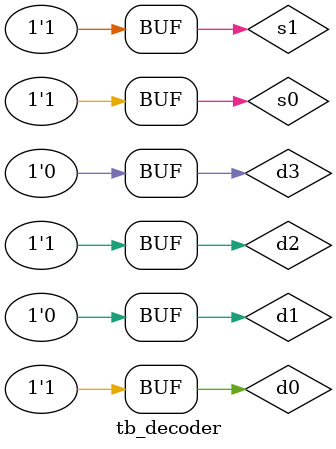
<source format=v>
`timescale 1ns / 1ps

module tb_decoder;

reg s1,s0,d0,d1,d2,d3;
wire d;

decoder uut (s1,s0,d0,d1,d2,d3,d); 

initial begin 
s1=0;s0=0;d0=0;d1=0;d2=0;d3=0;
#10
s1=0;s0=0;d0=1;d1=0;d2=1;d3=0;
#10
s1=0;s0=1;d0=1;d1=0;d2=1;d3=0;
#10
s1=1;s0=0;d0=1;d1=0;d2=1;d3=0;
#10
s1=1;s0=1;d0=1;d1=0;d2=1;d3=0;

end


endmodule

</source>
